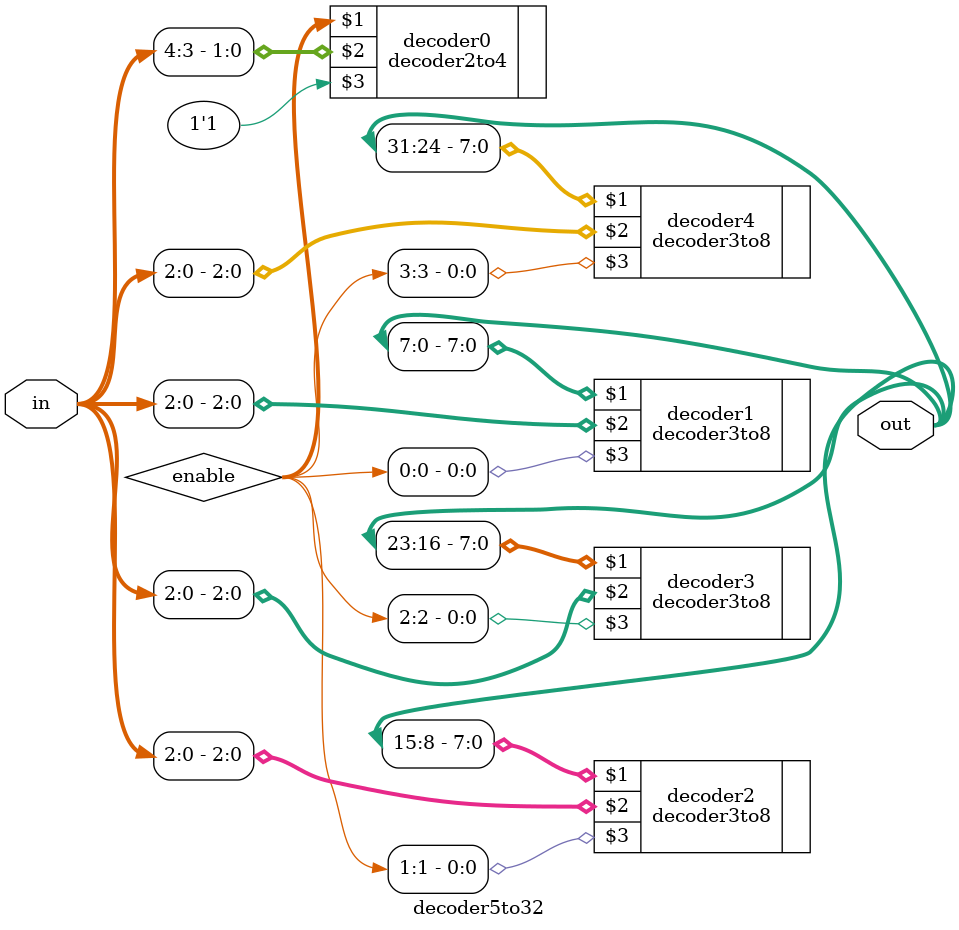
<source format=v>
module decoder5to32(out, in);

	// declare inputs and outputs
	input [4:0] in;
	output [31:0] out;
	
	// wire intermediate results
	wire [3:0] enable;
	
	// build the circuit using one 2-to-4 decoder and four 3-to-8 decoder
	decoder2to4 decoder0(enable, in[4:3], 1'b1);
	decoder3to8 decoder1(out[7:0], in[2:0], enable[0]);
	decoder3to8 decoder2(out[15:8], in[2:0], enable[1]);
	decoder3to8 decoder3(out[23:16], in[2:0], enable[2]);
	decoder3to8 decoder4(out[31:24], in[2:0], enable[3]);
	
endmodule

</source>
